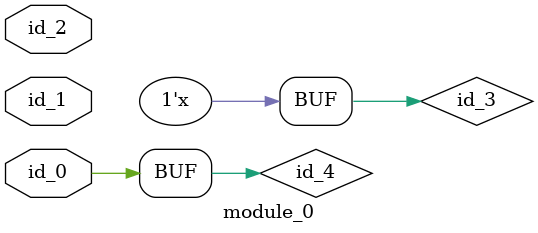
<source format=v>
`timescale 1 ps / 1ps
module module_0 (
    input id_0,
    input id_1,
    input id_2
);
  generate
    initial begin
      id_3 <= id_3;
    end
    assign id_4 = id_0;
  endgenerate
endmodule

</source>
